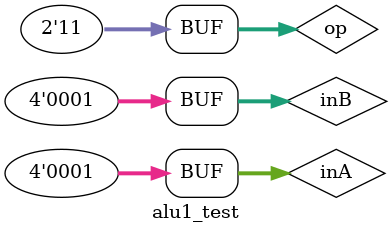
<source format=v>
`timescale 1ns / 1ps


module alu1_test;

	// Inputs
	reg [3:0] inA;
	reg [3:0] inB;
	reg [1:0] op;

	// Outputs
	wire [3:0] ans;

	// Instantiate the Unit Under Test (UUT)
	alu uut (
		.inA(inA), 
		.inB(inB), 
		.op(op), 
		.ans(ans)
	);

	initial begin
		// Initialize Inputs
		inA = 0;
		inB = 0;
		op = 0;
      #10;
		inA = 4'b1;
		inB = 4'b1;
		op = 2'b11;
		// Wait 100 ns for global reset to finish
		#100;
        
		// Add stimulus here

	end
endmodule


</source>
